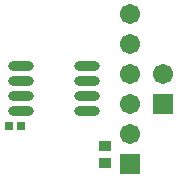
<source format=gts>
G04*
G04 #@! TF.GenerationSoftware,Altium Limited,Altium Designer,19.1.5 (86)*
G04*
G04 Layer_Color=8388736*
%FSLAX25Y25*%
%MOIN*%
G70*
G01*
G75*
%ADD18R,0.04300X0.03800*%
%ADD19R,0.03000X0.03000*%
%ADD20O,0.08674X0.03162*%
%ADD21O,0.08674X0.03162*%
%ADD22C,0.06706*%
%ADD23R,0.06706X0.06706*%
D18*
X17000Y-24900D02*
D03*
Y-19100D02*
D03*
D19*
X-15000Y-12500D02*
D03*
X-11000D02*
D03*
D20*
X-11000Y7500D02*
D03*
D21*
Y2500D02*
D03*
Y-2500D02*
D03*
X11000Y-7500D02*
D03*
Y2500D02*
D03*
Y7500D02*
D03*
Y-2500D02*
D03*
X-11000Y-7500D02*
D03*
D22*
X36500Y5000D02*
D03*
X25500Y-15000D02*
D03*
Y-5000D02*
D03*
Y5000D02*
D03*
Y15000D02*
D03*
Y25000D02*
D03*
D23*
X36500Y-5000D02*
D03*
X25500Y-25000D02*
D03*
M02*

</source>
